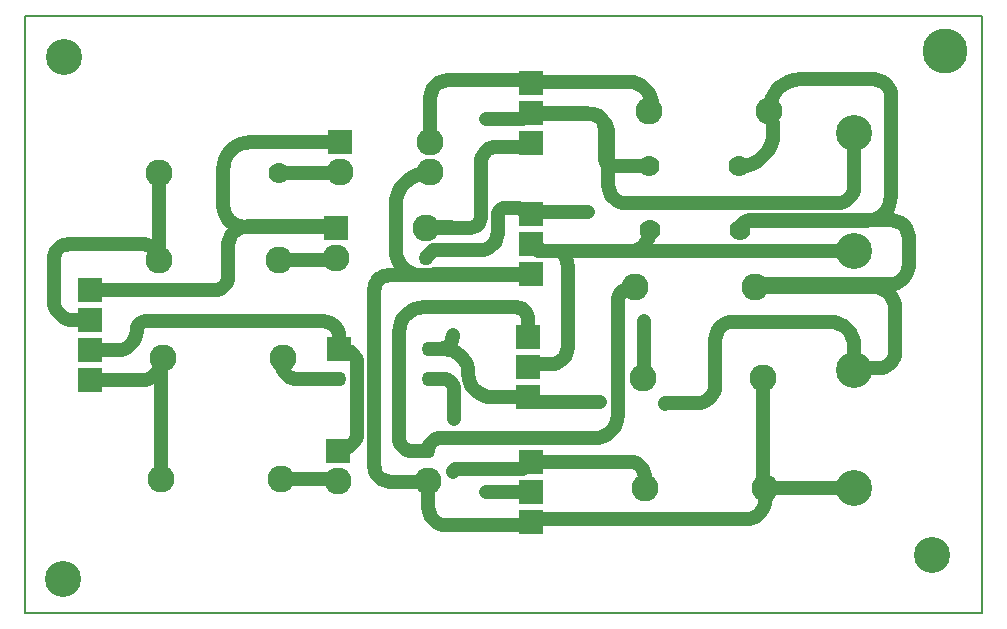
<source format=gbr>
G04 PROTEUS GERBER X2 FILE*
%TF.GenerationSoftware,Labcenter,Proteus,8.6-SP2-Build23525*%
%TF.CreationDate,2019-06-13T07:32:06+00:00*%
%TF.FileFunction,Copper,L2,Bot*%
%TF.FilePolarity,Positive*%
%TF.Part,Single*%
%FSLAX45Y45*%
%MOMM*%
G01*
%TA.AperFunction,Conductor*%
%ADD10C,1.143000*%
%TA.AperFunction,ViaPad*%
%ADD11C,0.762000*%
%TA.AperFunction,ComponentPad*%
%ADD12R,2.032000X2.032000*%
%ADD13C,3.048000*%
%ADD14C,2.286000*%
%TA.AperFunction,ComponentPad*%
%ADD15C,1.778000*%
%TA.AperFunction,ComponentPad*%
%ADD16C,1.270000*%
%TA.AperFunction,OtherPad,Unknown*%
%ADD17C,3.048000*%
%ADD18C,3.810000*%
%TA.AperFunction,Profile*%
%ADD19C,0.203200*%
%TD.AperFunction*%
D10*
X-10870000Y+6662000D02*
X-9820478Y+6662000D01*
X-9796403Y+6664343D01*
X-9774139Y+6671084D01*
X-9754118Y+6681791D01*
X-9736770Y+6696035D01*
X-9722526Y+6713383D01*
X-9711819Y+6733404D01*
X-9705078Y+6755668D01*
X-9702735Y+6779743D01*
X-9702735Y+7029400D01*
X-9529059Y+7203076D02*
X-8853500Y+7203076D01*
X-8790000Y+7190000D01*
X-10870000Y+5900000D02*
X-10446000Y+5900000D01*
X-10409196Y+5903582D01*
X-10375160Y+5913887D01*
X-10344552Y+5930256D01*
X-10318031Y+5952031D01*
X-10296256Y+5978552D01*
X-10279887Y+6009160D01*
X-10269582Y+6043196D01*
X-10266000Y+6080000D01*
X-10256000Y+6090000D01*
X-10266000Y+6080000D02*
X-10266000Y+5060000D01*
X-9270000Y+6920000D02*
X-8806000Y+6920000D01*
X-8790000Y+6936000D01*
X-10286000Y+7650000D02*
X-10286000Y+6920000D01*
X-10870000Y+6408000D02*
X-11002616Y+6408000D01*
X-11038675Y+6411509D01*
X-11072022Y+6421606D01*
X-11102011Y+6437644D01*
X-11127995Y+6458978D01*
X-11149330Y+6484963D01*
X-11165368Y+6514951D01*
X-11175465Y+6548298D01*
X-11178974Y+6584358D01*
X-11178974Y+6921026D01*
X-11176408Y+6947397D01*
X-11169024Y+6971784D01*
X-11157294Y+6993715D01*
X-11141692Y+7012718D01*
X-11122689Y+7028320D01*
X-11100758Y+7040050D01*
X-11076371Y+7047434D01*
X-11050000Y+7050000D01*
X-10416000Y+7050000D01*
X-10389419Y+7047413D01*
X-10364838Y+7039971D01*
X-10342732Y+7028148D01*
X-10323578Y+7012422D01*
X-10307852Y+6993268D01*
X-10296029Y+6971162D01*
X-10288587Y+6946581D01*
X-10286000Y+6920000D01*
X-9270000Y+7650000D02*
X-8762000Y+7650000D01*
X-8752000Y+7660000D01*
X-9250000Y+5060000D02*
X-8784000Y+5060000D01*
X-8770000Y+5046000D01*
X-7990000Y+7914000D02*
X-7990000Y+8289167D01*
X-7987053Y+8319450D01*
X-7978574Y+8347454D01*
X-7965105Y+8372639D01*
X-7947188Y+8394460D01*
X-7925367Y+8412377D01*
X-7900182Y+8425846D01*
X-7872178Y+8434325D01*
X-7841895Y+8437272D01*
X-8284061Y+7002688D02*
X-8284061Y+7365939D01*
X-8278210Y+7426065D01*
X-8261375Y+7481668D01*
X-8234632Y+7531671D01*
X-8199059Y+7574998D01*
X-8155732Y+7610571D01*
X-8105729Y+7637314D01*
X-8050126Y+7654149D01*
X-7990000Y+7660000D01*
X-5150000Y+4960000D02*
X-5150000Y+4899537D01*
X-5153511Y+4863456D01*
X-5163614Y+4830090D01*
X-5179661Y+4800084D01*
X-5201008Y+4774084D01*
X-5227008Y+4752737D01*
X-5257014Y+4736690D01*
X-5290380Y+4726587D01*
X-5326461Y+4723076D01*
X-7038400Y+4723076D01*
X-7140000Y+4702000D01*
X-5174000Y+5920000D02*
X-5174000Y+4984000D01*
X-5150000Y+4960000D01*
X-5154000Y+4990000D01*
X-8008000Y+4828000D02*
X-8004856Y+4795694D01*
X-7995811Y+4765818D01*
X-7981442Y+4738951D01*
X-7962328Y+4715672D01*
X-7939049Y+4696558D01*
X-7912182Y+4682189D01*
X-7882306Y+4673144D01*
X-7850000Y+4670000D01*
X-7241600Y+4670000D01*
X-7140000Y+4702000D01*
X-7140000Y+5210000D02*
X-6294855Y+5210000D01*
X-6270635Y+5207643D01*
X-6248237Y+5200862D01*
X-6228095Y+5190089D01*
X-6210643Y+5175760D01*
X-6196314Y+5158307D01*
X-6185541Y+5138165D01*
X-6178760Y+5115768D01*
X-6176403Y+5091548D01*
X-6176403Y+5078900D01*
X-6170000Y+4990000D01*
X-8028000Y+6936000D02*
X-7966225Y+6997775D01*
X-7571682Y+6997775D01*
X-7540668Y+7000793D01*
X-7511986Y+7009477D01*
X-7486194Y+7023271D01*
X-7463845Y+7041620D01*
X-7445496Y+7063969D01*
X-7431702Y+7089761D01*
X-7423018Y+7118443D01*
X-7420000Y+7149457D01*
X-7420000Y+7280000D01*
X-7413725Y+7312009D01*
X-7396489Y+7337823D01*
X-7370675Y+7355059D01*
X-7338666Y+7361334D01*
X-7241600Y+7361334D01*
X-7140000Y+7308000D01*
X-8008000Y+5300000D02*
X-8143694Y+5300000D01*
X-8166367Y+5302206D01*
X-8187335Y+5308555D01*
X-8206191Y+5318639D01*
X-8222530Y+5332054D01*
X-8235944Y+5348392D01*
X-8246029Y+5367249D01*
X-8252378Y+5388216D01*
X-8254584Y+5410890D01*
X-8254584Y+6305048D01*
X-8250381Y+6348243D01*
X-8238286Y+6388189D01*
X-8219073Y+6424112D01*
X-8193517Y+6455239D01*
X-8162390Y+6480795D01*
X-8126467Y+6500008D01*
X-8086521Y+6512102D01*
X-8043326Y+6516306D01*
X-7262166Y+6516306D01*
X-7241276Y+6514273D01*
X-7221958Y+6508424D01*
X-7204585Y+6499133D01*
X-7189532Y+6486774D01*
X-7177173Y+6471720D01*
X-7167882Y+6454348D01*
X-7162033Y+6435030D01*
X-7160000Y+6414140D01*
X-7160000Y+6264000D01*
X-7140000Y+7308000D02*
X-7121057Y+7326943D01*
X-6652960Y+7326943D01*
X-6181316Y+6403308D02*
X-6181316Y+5956229D01*
X-6171490Y+5946403D01*
X-6190000Y+5920000D01*
X-8028000Y+7190000D02*
X-7730000Y+7190000D01*
X-7652240Y+7190000D01*
X-7616820Y+7196943D01*
X-7588256Y+7216016D01*
X-7569183Y+7244580D01*
X-7562240Y+7280000D01*
X-7562240Y+7738492D01*
X-7559482Y+7766837D01*
X-7551545Y+7793050D01*
X-7538937Y+7816623D01*
X-7522167Y+7837048D01*
X-7501742Y+7853819D01*
X-7478169Y+7866426D01*
X-7451956Y+7874363D01*
X-7423611Y+7877121D01*
X-7241600Y+7877121D01*
X-7140000Y+7906000D01*
X-7140000Y+4956000D02*
X-7507392Y+4956000D01*
X-7514325Y+4949067D01*
X-7519365Y+8113986D02*
X-7206904Y+8113986D01*
X-7126269Y+8194621D01*
X-7140000Y+8160000D01*
X-8008000Y+5040000D02*
X-8329347Y+5040000D01*
X-8357013Y+5042692D01*
X-8382598Y+5050439D01*
X-8405607Y+5062744D01*
X-8425543Y+5079112D01*
X-8441912Y+5099049D01*
X-8454217Y+5122057D01*
X-8461964Y+5147642D01*
X-8464656Y+5175309D01*
X-8464656Y+6665344D01*
X-8462227Y+6690303D01*
X-8455239Y+6713384D01*
X-8444138Y+6734140D01*
X-8429371Y+6752125D01*
X-8411386Y+6766892D01*
X-8390630Y+6777993D01*
X-8367549Y+6784981D01*
X-8342590Y+6787410D01*
X-8077058Y+6787410D01*
X-7973653Y+6787410D01*
X-7241600Y+6787410D01*
X-7140000Y+6800000D01*
X-7961063Y+6800000D01*
X-7973653Y+6787410D01*
X-7974545Y+6786518D01*
X-8067891Y+6786518D01*
X-8077058Y+6787410D01*
X-8112091Y+6790819D01*
X-8152965Y+6803195D01*
X-8189724Y+6822854D01*
X-8221574Y+6849004D01*
X-8247725Y+6880855D01*
X-8267384Y+6917613D01*
X-8279760Y+6958488D01*
X-8284061Y+7002688D01*
X-8008000Y+5046000D02*
X-8008000Y+5040000D01*
X-8008000Y+4828000D01*
X-4400000Y+4990000D02*
X-5154000Y+4990000D01*
X-4400000Y+5990000D02*
X-4400000Y+6186248D01*
X-4404149Y+6228887D01*
X-4416088Y+6268318D01*
X-4435053Y+6303778D01*
X-4460280Y+6334504D01*
X-4491005Y+6359731D01*
X-4526466Y+6378696D01*
X-4565897Y+6390635D01*
X-4608536Y+6394784D01*
X-5425526Y+6394784D01*
X-5456580Y+6391762D01*
X-5485297Y+6383067D01*
X-5511123Y+6369255D01*
X-5533500Y+6350882D01*
X-5551873Y+6328505D01*
X-5565685Y+6302679D01*
X-5574380Y+6273962D01*
X-5577402Y+6242908D01*
X-5577402Y+5860598D01*
X-5580528Y+5828473D01*
X-5589523Y+5798765D01*
X-5603811Y+5772049D01*
X-5622817Y+5748900D01*
X-5645966Y+5729894D01*
X-5672682Y+5715606D01*
X-5702390Y+5706611D01*
X-5734515Y+5703485D01*
X-6006845Y+5703485D01*
X-6006845Y+5698248D01*
X-6551505Y+5713959D02*
X-7117959Y+5713959D01*
X-7160000Y+5756000D01*
X-6827824Y+6856759D02*
X-6831749Y+6897088D01*
X-6843041Y+6934384D01*
X-6860978Y+6967924D01*
X-6879104Y+6990000D01*
X-6827824Y+6180602D02*
X-6827824Y+6856759D01*
X-6974814Y+6033612D02*
X-6944759Y+6036537D01*
X-6916965Y+6044952D01*
X-6891970Y+6058320D01*
X-6870313Y+6076101D01*
X-6852532Y+6097759D01*
X-6839164Y+6122753D01*
X-6830749Y+6150547D01*
X-6827824Y+6180602D01*
X-7160000Y+6010000D02*
X-7058400Y+6033612D01*
X-6974814Y+6033612D01*
X-10870000Y+6154000D02*
X-10640845Y+6154000D01*
X-10606979Y+6157296D01*
X-10575661Y+6166778D01*
X-10547497Y+6181841D01*
X-10523093Y+6201877D01*
X-10503057Y+6226280D01*
X-10487994Y+6254445D01*
X-10478512Y+6285763D01*
X-10475216Y+6319629D01*
X-10469264Y+6349991D01*
X-10452914Y+6374478D01*
X-10428428Y+6390827D01*
X-10398066Y+6396779D01*
X-8896779Y+6396779D01*
X-8868812Y+6394057D01*
X-8842949Y+6386227D01*
X-8819690Y+6373788D01*
X-8799537Y+6357241D01*
X-8782991Y+6337088D01*
X-8770552Y+6313830D01*
X-8762722Y+6287967D01*
X-8760000Y+6260000D01*
X-8760000Y+6160000D01*
X-8733364Y+6160000D01*
X-8708428Y+6157573D01*
X-8685368Y+6150591D01*
X-8664630Y+6139501D01*
X-8646662Y+6124748D01*
X-8631909Y+6106779D01*
X-8620818Y+6086042D01*
X-8613836Y+6062982D01*
X-8611410Y+6038046D01*
X-8611410Y+5455287D01*
X-8614178Y+5426843D01*
X-8622142Y+5400538D01*
X-8634793Y+5376882D01*
X-8651622Y+5356386D01*
X-8672119Y+5339557D01*
X-8695775Y+5326905D01*
X-8722080Y+5318941D01*
X-8750524Y+5316173D01*
X-8770000Y+5300000D01*
X-8760000Y+5906000D02*
X-9113006Y+5906000D01*
X-9139874Y+5908615D01*
X-9164722Y+5916138D01*
X-9187067Y+5928088D01*
X-9206428Y+5943985D01*
X-9222325Y+5963346D01*
X-9234275Y+5985691D01*
X-9241798Y+6010538D01*
X-9244413Y+6037407D01*
X-9240000Y+6090000D01*
X-7873581Y+6160000D02*
X-7831283Y+6155884D01*
X-7792167Y+6144040D01*
X-7756990Y+6125227D01*
X-7726510Y+6100202D01*
X-7701485Y+6069722D01*
X-7682672Y+6034546D01*
X-7670829Y+5995430D01*
X-7666713Y+5953132D01*
X-7662790Y+5912825D01*
X-7651504Y+5875550D01*
X-7633577Y+5842029D01*
X-7609729Y+5812983D01*
X-7580684Y+5789136D01*
X-7547163Y+5771208D01*
X-7509888Y+5759922D01*
X-7469581Y+5756000D01*
X-7160000Y+5756000D01*
X-7140000Y+5210000D02*
X-7205000Y+5145000D01*
X-7777687Y+5145000D01*
X-7795325Y+5127362D01*
X-7795325Y+5121482D01*
X-7790000Y+5570000D02*
X-7790000Y+5830697D01*
X-7795952Y+5861059D01*
X-7812301Y+5885546D01*
X-7836787Y+5901895D01*
X-7867150Y+5907847D01*
X-7934500Y+5907847D01*
X-7998000Y+5906000D01*
X-7998000Y+6160000D02*
X-7915093Y+6160000D01*
X-7891560Y+6162290D01*
X-7869798Y+6168879D01*
X-7850227Y+6179346D01*
X-7833269Y+6193269D01*
X-7819346Y+6210227D01*
X-7808879Y+6229798D01*
X-7802290Y+6251560D01*
X-7800000Y+6275093D01*
X-7800000Y+6280000D01*
X-7812963Y+7196990D02*
X-8021010Y+7196990D01*
X-8028000Y+7190000D01*
X-7915093Y+6160000D02*
X-7873581Y+6160000D01*
X-7140000Y+8160000D02*
X-6669722Y+8160000D01*
X-6482314Y+7549258D02*
X-6479272Y+7518001D01*
X-6470520Y+7489095D01*
X-6456618Y+7463100D01*
X-6438125Y+7440577D01*
X-6415601Y+7422084D01*
X-6389607Y+7408182D01*
X-6360701Y+7399430D01*
X-6329444Y+7396388D01*
X-4547917Y+7396388D01*
X-4517862Y+7399313D01*
X-4490068Y+7407728D01*
X-4465073Y+7421096D01*
X-4443415Y+7438877D01*
X-4425634Y+7460535D01*
X-4412266Y+7485530D01*
X-4403851Y+7513324D01*
X-4400926Y+7543379D01*
X-4400926Y+7837600D01*
X-4400000Y+7990000D01*
X-5244000Y+6690000D02*
X-4241342Y+6690000D01*
X-4054028Y+6502686D02*
X-4054028Y+6138149D01*
X-4056719Y+6110498D01*
X-4064461Y+6084928D01*
X-4076759Y+6061932D01*
X-4093118Y+6042008D01*
X-4113043Y+6025648D01*
X-4136039Y+6013350D01*
X-4161609Y+6005608D01*
X-4189260Y+6002917D01*
X-4247600Y+6002917D01*
X-4400000Y+5990000D01*
X-4203042Y+6686273D02*
X-5155100Y+6686273D01*
X-5244000Y+6690000D01*
X-4241342Y+6690000D02*
X-4203042Y+6686273D01*
X-4167623Y+6675549D01*
X-4135772Y+6658514D01*
X-4108173Y+6635854D01*
X-4085514Y+6608256D01*
X-4068479Y+6576404D01*
X-4057755Y+6540986D01*
X-4054028Y+6502686D01*
X-8008000Y+5300000D02*
X-8005809Y+5322510D01*
X-7999506Y+5343328D01*
X-7989494Y+5362048D01*
X-7976176Y+5378270D01*
X-7959955Y+5391588D01*
X-7941234Y+5401600D01*
X-7920416Y+5407903D01*
X-7897906Y+5410094D01*
X-6599535Y+5410094D01*
X-6559275Y+5414012D01*
X-6522044Y+5425284D01*
X-6488563Y+5443191D01*
X-6459552Y+5467010D01*
X-6435733Y+5496021D01*
X-6417826Y+5529502D01*
X-6406554Y+5566733D01*
X-6402636Y+5606993D01*
X-6402636Y+6571799D01*
X-6400599Y+6592734D01*
X-6394737Y+6612094D01*
X-6385426Y+6629504D01*
X-6373040Y+6644590D01*
X-6357954Y+6656976D01*
X-6340544Y+6666287D01*
X-6321184Y+6672149D01*
X-6300249Y+6674186D01*
X-6260000Y+6690000D01*
X-8752000Y+7914000D02*
X-9510356Y+7914000D01*
X-9557729Y+7909390D01*
X-9601538Y+7896125D01*
X-9640936Y+7875055D01*
X-9675073Y+7847027D01*
X-9703101Y+7812890D01*
X-9724171Y+7773492D01*
X-9737436Y+7729683D01*
X-9742046Y+7682310D01*
X-9742046Y+7377096D01*
X-9738515Y+7340808D01*
X-9728354Y+7307249D01*
X-9712214Y+7277070D01*
X-9690744Y+7250921D01*
X-9664595Y+7229452D01*
X-9634416Y+7213312D01*
X-9600858Y+7203151D01*
X-9564570Y+7199620D01*
X-8866200Y+7199620D01*
X-8790000Y+7190000D01*
X-9702735Y+7029400D02*
X-9699279Y+7064911D01*
X-9689336Y+7097751D01*
X-9673542Y+7127283D01*
X-9652532Y+7152872D01*
X-9626942Y+7173882D01*
X-9597410Y+7189677D01*
X-9564570Y+7199620D01*
X-9529059Y+7203076D01*
X-7190990Y+8425679D02*
X-7190988Y+8425679D01*
X-6311878Y+8425679D01*
X-6271183Y+8421719D01*
X-6233549Y+8410324D01*
X-6199706Y+8392224D01*
X-6170381Y+8368147D01*
X-6146305Y+8338823D01*
X-6128205Y+8304979D01*
X-6116810Y+8267346D01*
X-6112850Y+8226651D01*
X-6136000Y+8180000D01*
X-7841895Y+8437272D02*
X-7241600Y+8437272D01*
X-7190990Y+8425679D01*
X-7190988Y+8425679D02*
X-7140000Y+8414000D01*
X-5120000Y+8180000D02*
X-5114702Y+8234443D01*
X-5099458Y+8284791D01*
X-5075243Y+8330068D01*
X-5043032Y+8369300D01*
X-5003800Y+8401511D01*
X-4958523Y+8425726D01*
X-4908175Y+8440970D01*
X-4853732Y+8446268D01*
X-4236268Y+8446268D01*
X-4206361Y+8443358D01*
X-4178703Y+8434984D01*
X-4153831Y+8421681D01*
X-4132280Y+8403987D01*
X-4114586Y+8382436D01*
X-4101284Y+8357564D01*
X-4092910Y+8329907D01*
X-4090000Y+8300000D01*
X-4090000Y+7456246D01*
X-4297654Y+7248592D02*
X-5289408Y+7248592D01*
X-6130000Y+7170000D02*
X-6133582Y+7133196D01*
X-6143887Y+7099160D01*
X-6160256Y+7068552D01*
X-6182031Y+7042031D01*
X-6208552Y+7020256D01*
X-6239160Y+7003887D01*
X-6273196Y+6993582D01*
X-6310000Y+6990000D01*
X-6363212Y+6990000D01*
X-6879104Y+6990000D01*
X-7038400Y+6990000D01*
X-7140000Y+7054000D01*
X-6879104Y+6990000D02*
X-6363212Y+6990000D01*
X-6310000Y+6990000D01*
X-4400000Y+6990000D01*
X-7038400Y+6990000D02*
X-7076000Y+6990000D01*
X-7140000Y+7054000D01*
X-5368000Y+7170000D02*
X-5361937Y+7200931D01*
X-5361507Y+7203122D01*
X-5343672Y+7229833D01*
X-5316961Y+7247668D01*
X-5283839Y+7254161D01*
X-5159750Y+7254161D01*
X-4250449Y+7254161D01*
X-4084161Y+7254161D01*
X-4054685Y+7251293D01*
X-4027426Y+7243039D01*
X-4002912Y+7229929D01*
X-3981671Y+7212489D01*
X-3964232Y+7191249D01*
X-3951122Y+7166735D01*
X-3942868Y+7139476D01*
X-3940000Y+7110000D01*
X-3940000Y+6870000D01*
X-3943184Y+6837285D01*
X-3952344Y+6807031D01*
X-3966895Y+6779824D01*
X-3986250Y+6756250D01*
X-4009824Y+6736895D01*
X-4037031Y+6722344D01*
X-4067285Y+6713184D01*
X-4100000Y+6710000D01*
X-5129700Y+6710000D01*
X-5244000Y+6690000D01*
X-4090000Y+7456246D02*
X-4094132Y+7413787D01*
X-4106020Y+7374523D01*
X-4124905Y+7339212D01*
X-4150025Y+7308617D01*
X-4180620Y+7283497D01*
X-4215931Y+7264612D01*
X-4250449Y+7254161D01*
X-4255195Y+7252724D01*
X-4297654Y+7248592D01*
X-5289408Y+7248592D02*
X-5320338Y+7242529D01*
X-5345282Y+7225874D01*
X-5361937Y+7200931D01*
X-5361937Y+7200930D01*
X-5368000Y+7170000D01*
X-5378000Y+7710000D02*
X-5317996Y+7715839D01*
X-5262505Y+7732640D01*
X-5212603Y+7759329D01*
X-5169364Y+7794830D01*
X-5133863Y+7838069D01*
X-5107174Y+7887971D01*
X-5090373Y+7943462D01*
X-5084534Y+8003466D01*
X-5084534Y+8064400D01*
X-5084534Y+8065700D01*
X-5120000Y+8180000D01*
X-6140000Y+7710000D02*
X-6431180Y+7710000D01*
X-6463634Y+7716362D01*
X-6482314Y+7728834D01*
X-6489807Y+7733837D01*
X-6507282Y+7760010D01*
X-6513644Y+7792464D01*
X-6513644Y+8038512D01*
X-6515987Y+8062590D01*
X-6522729Y+8084856D01*
X-6529193Y+8096944D01*
X-6533438Y+8104881D01*
X-6547684Y+8122231D01*
X-6565034Y+8136477D01*
X-6585058Y+8147186D01*
X-6607325Y+8153928D01*
X-6631403Y+8156271D01*
X-7038400Y+8156271D01*
X-7140000Y+8160000D01*
X-6669722Y+8160000D02*
X-6631403Y+8156271D01*
X-6595967Y+8145542D01*
X-6564099Y+8128498D01*
X-6536487Y+8105827D01*
X-6529193Y+8096944D01*
X-6513816Y+8078215D01*
X-6496772Y+8046347D01*
X-6486043Y+8010911D01*
X-6482314Y+7972592D01*
X-6482314Y+7728834D01*
X-6482314Y+7549258D01*
D11*
X-6652960Y+7326943D03*
X-6181316Y+6403308D03*
X-7514325Y+4949067D03*
X-7519365Y+8113986D03*
X-6006845Y+5698248D03*
X-6551505Y+5713959D03*
X-7795325Y+5121482D03*
X-7790000Y+5570000D03*
X-7800000Y+6280000D03*
X-7812963Y+7196990D03*
D12*
X-10870000Y+5900000D03*
X-10870000Y+6154000D03*
X-10870000Y+6408000D03*
X-10870000Y+6662000D03*
D13*
X-4400000Y+7990000D03*
X-4400000Y+6990000D03*
X-4400000Y+5990000D03*
X-4400000Y+4990000D03*
D12*
X-8752000Y+7914000D03*
D14*
X-8752000Y+7660000D03*
X-7990000Y+7660000D03*
X-7990000Y+7914000D03*
D15*
X-9270000Y+7650000D03*
D14*
X-10286000Y+7650000D03*
D12*
X-8790000Y+7190000D03*
D14*
X-8790000Y+6936000D03*
D16*
X-8028000Y+6936000D03*
D14*
X-8028000Y+7190000D03*
X-9270000Y+6920000D03*
X-10286000Y+6920000D03*
X-9240000Y+6090000D03*
X-10256000Y+6090000D03*
D12*
X-8770000Y+5300000D03*
D14*
X-8770000Y+5046000D03*
X-8008000Y+5046000D03*
D16*
X-8008000Y+5300000D03*
D14*
X-9250000Y+5060000D03*
X-10266000Y+5060000D03*
D12*
X-7140000Y+8414000D03*
X-7140000Y+8160000D03*
X-7140000Y+7906000D03*
X-7140000Y+7308000D03*
X-7140000Y+7054000D03*
X-7140000Y+6800000D03*
X-7160000Y+6264000D03*
X-7160000Y+6010000D03*
X-7160000Y+5756000D03*
X-7140000Y+5210000D03*
X-7140000Y+4956000D03*
X-7140000Y+4702000D03*
D14*
X-6136000Y+8180000D03*
X-5120000Y+8180000D03*
X-6190000Y+5920000D03*
X-5174000Y+5920000D03*
X-6260000Y+6690000D03*
X-5244000Y+6690000D03*
X-6170000Y+4990000D03*
X-5154000Y+4990000D03*
D17*
X-11090000Y+8640000D03*
X-11100000Y+4220000D03*
X-3740000Y+4420000D03*
D18*
X-3630000Y+8690000D03*
D12*
X-8760000Y+6160000D03*
D16*
X-8760000Y+5906000D03*
X-7998000Y+5906000D03*
X-7998000Y+6160000D03*
D15*
X-6130000Y+7170000D03*
X-5368000Y+7170000D03*
X-6140000Y+7710000D03*
X-5378000Y+7710000D03*
D19*
X-11420000Y+3930000D02*
X-3320000Y+3930000D01*
X-3320000Y+8980000D01*
X-11420000Y+8980000D01*
X-11420000Y+3930000D01*
M02*

</source>
